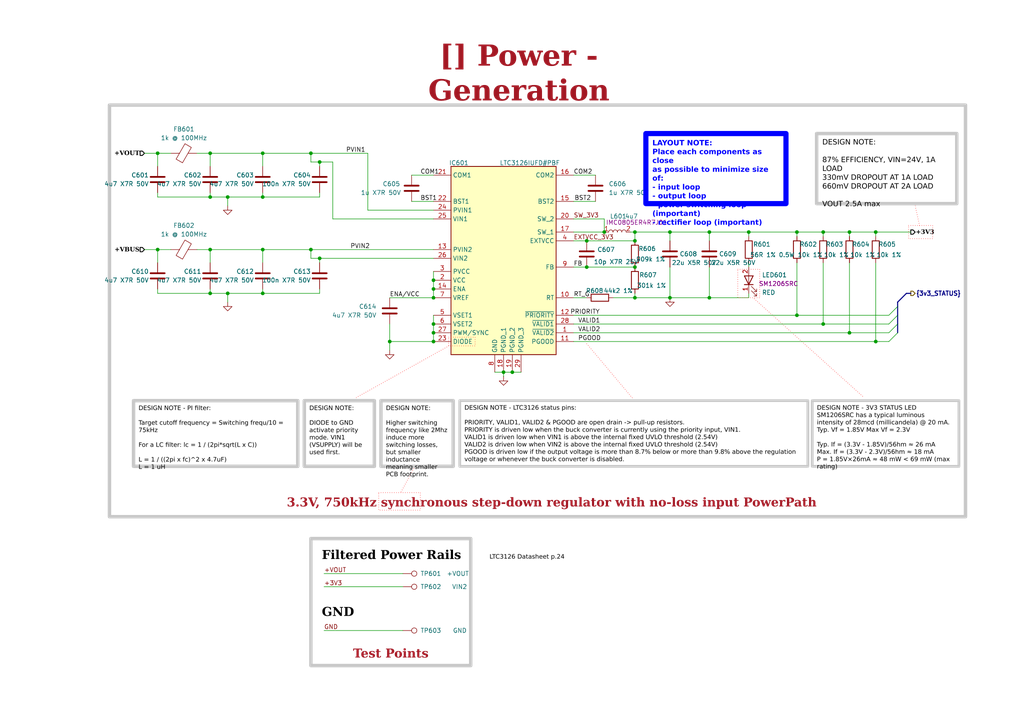
<source format=kicad_sch>
(kicad_sch (version 20231120) (generator "eeschema") (generator_version "8.0")
  (paper "A4")
  (title_block (title "Power - Generation") (date "Last Modified Date") (rev "${REVISION}") (company "${COMPANY}"))
  (lib_symbols
    (symbol "Charge_Manager_SYM:IMC0805ER4R7J01" (pin_names hide)
      (property "Reference" "L" (at -0.508 6.858 0))
      (property "Value" "4u7" (at -1.27 5.08 0))
      (property "Manufacturer_Part_Number" "IMC0805ER4R7J01" (at -0.254 2.54 0))
      (symbol "IMC0805ER4R7J01_0_1"
        (arc (start -1.27 0) (mid -1.905 0.6323) (end -2.54 0))
        (arc (start 0 0) (mid -0.635 0.6323) (end -1.27 0))
        (arc (start 1.27 0) (mid 0.635 0.6323) (end 0 0))
        (arc (start 2.54 0) (mid 1.905 0.6323) (end 1.27 0))
      )
      (symbol "IMC0805ER4R7J01_1_1"
        (pin passive line (at -3.81 0 0) (length 1.27) (name "1") (number "1"))
        (pin passive line (at 3.81 0 180) (length 1.27) (name "2") (number "2"))
      )
    )
    (symbol "Charge_Manager_SYM:SM1206SRC" (pin_names hide)
      (property "Reference" "LED601" (at 8.89 -3.81 90))
      (property "Value" "SM1206SRC" (at 6.35 -3.81 90))
      (symbol "SM1206SRC_0_1"
        (polyline (pts (xy 0 -1.27) (xy 0 1.27)) (stroke (width 0.254)))
        (polyline (pts (xy 0 0) (xy 2.54 0)))
        (polyline (pts (xy 2.54 -1.27) (xy 2.54 1.27) (xy 0 0) (xy 2.54 -1.27)) (stroke (width 0.254)))
        (polyline (pts (xy -1.778 -0.762) (xy -3.302 -2.286) (xy -2.54 -2.286) (xy -3.302 -2.286) (xy -3.302 -1.524)))
        (polyline (pts (xy -0.508 -0.762) (xy -2.032 -2.286) (xy -1.27 -2.286) (xy -2.032 -2.286) (xy -2.032 -1.524)))
      )
      (symbol "SM1206SRC_1_1"
        (pin passive line (at -2.54 0 0) (length 2.54) (name "K") (number "1"))
        (pin passive line (at 5.08 0 180) (length 2.54) (name "A") (number "2"))
      )
    )
    (symbol "Connector:TestPoint" (pin_numbers hide) (pin_names (offset 0.762) hide)
      (property "Reference" "TP" (at 0 6.858 0))
      (property "Value" "TestPoint" (at 0 5.08 0))
      (symbol "TestPoint_0_1"
        (circle (center 0 3.302) (radius 0.762))
      )
      (symbol "TestPoint_1_1"
        (pin passive line (at 0 0 90) (length 2.54) (name "1") (number "1"))
      )
    )
    (symbol "Device:C" (pin_numbers hide) (pin_names (offset 0.254))
      (property "Reference" "C" (at 0.635 2.54 0))
      (property "Value" "C" (at 0.635 -2.54 0))
      (symbol "C_0_1"
        (polyline (pts (xy -2.032 -0.762) (xy 2.032 -0.762)) (stroke (width 0.508)))
        (polyline (pts (xy -2.032 0.762) (xy 2.032 0.762)) (stroke (width 0.508)))
      )
      (symbol "C_1_1"
        (pin passive line (at 0 3.81 270) (length 2.794) (name "~") (number "1"))
        (pin passive line (at 0 -3.81 90) (length 2.794) (name "~") (number "2"))
      )
    )
    (symbol "Device:FerriteBead" (pin_numbers hide) (pin_names (offset 0))
      (property "Reference" "FB" (at -3.81 0.635 90))
      (property "Value" "FerriteBead" (at 3.81 0 90))
      (symbol "FerriteBead_0_1"
        (polyline (pts (xy 0 -1.27) (xy 0 -1.2192)))
        (polyline (pts (xy 0 1.27) (xy 0 1.2954)))
        (polyline (pts (xy -2.7686 0.4064) (xy -1.7018 2.2606) (xy 2.7686 -0.3048) (xy 1.6764 -2.159) (xy -2.7686 0.4064)))
      )
      (symbol "FerriteBead_1_1"
        (pin passive line (at 0 3.81 270) (length 2.54) (name "~") (number "1"))
        (pin passive line (at 0 -3.81 90) (length 2.54) (name "~") (number "2"))
      )
    )
    (symbol "Device:R" (pin_numbers hide) (pin_names (offset 0))
      (property "Reference" "R" (at 2.032 0 90))
      (property "Value" "R" (at 0 0 90))
      (symbol "R_0_1"
        (rectangle (start -1.016 -2.54) (end 1.016 2.54) (stroke (width 0.254)))
      )
      (symbol "R_1_1"
        (pin passive line (at 0 3.81 270) (length 1.27) (name "~") (number "1"))
        (pin passive line (at 0 -3.81 90) (length 1.27) (name "~") (number "2"))
      )
    )
    (symbol "LTC3126EFE#TRPBF:LTC3126EFE#TRPBF"
      (property "Reference" "IC601" (at 7.366 9.906 0))
      (property "Value" "LTC3126IUFD#PBF" (at 27.94 9.906 0))
      (symbol "LTC3126EFE#TRPBF_1_1"
        (rectangle (start 5.08 8.89) (end 35.56 -45.72) (stroke (width 0.254)) (fill (type background)))
        (pin passive line (at 40.64 -39.37 180) (length 5.08) (name "~{VALID2}") (number "1"))
        (pin passive line (at 40.64 -29.21 180) (length 5.08) (name "RT") (number "10"))
        (pin passive line (at 40.64 -41.91 180) (length 5.08) (name "PGOOD") (number "11"))
        (pin passive line (at 40.64 -34.29 180) (length 5.08) (name "~{PRIORITY}") (number "12"))
        (pin passive line (at 0 -15.24 0) (length 5.08) (name "PVIN2") (number "13"))
        (pin passive line (at 0 -26.67 0) (length 5.08) (name "ENA") (number "14"))
        (pin passive line (at 40.64 -1.27 180) (length 5.08) (name "BST2") (number "15"))
        (pin passive line (at 40.64 6.35 180) (length 5.08) (name "COM2") (number "16"))
        (pin passive line (at 40.64 -10.16 180) (length 5.08) (name "SW_1") (number "17"))
        (pin passive line (at 20.32 -50.8 90) (length 5.08) (name "PGND_1") (number "18"))
        (pin passive line (at 22.86 -50.8 90) (length 5.08) (name "PGND_2") (number "19"))
        (pin passive line (at 0 -24.13 0) (length 5.08) (name "VCC") (number "2"))
        (pin passive line (at 40.64 -6.35 180) (length 5.08) (name "SW_2") (number "20"))
        (pin passive line (at 0 6.35 0) (length 5.08) (name "COM1") (number "21"))
        (pin passive line (at 0 -1.27 0) (length 5.08) (name "BST1") (number "22"))
        (pin passive line (at 0 -41.91 0) (length 5.08) (name "DIODE") (number "23"))
        (pin passive line (at 0 -3.81 0) (length 5.08) (name "PVIN1") (number "24"))
        (pin passive line (at 0 -6.35 0) (length 5.08) (name "VIN1") (number "25"))
        (pin passive line (at 0 -17.78 0) (length 5.08) (name "VIN2") (number "26"))
        (pin passive line (at 0 -39.37 0) (length 5.08) (name "PWM/SYNC") (number "27"))
        (pin passive line (at 40.64 -36.83 180) (length 5.08) (name "~{VALID1}") (number "28"))
        (pin passive line (at 25.4 -50.8 90) (length 5.08) (name "PGND_3") (number "29"))
        (pin passive line (at 0 -21.59 0) (length 5.08) (name "PVCC") (number "3"))
        (pin passive line (at 40.64 -12.7 180) (length 5.08) (name "EXTVCC") (number "4"))
        (pin passive line (at 0 -34.29 0) (length 5.08) (name "VSET1") (number "5"))
        (pin passive line (at 0 -36.83 0) (length 5.08) (name "VSET2") (number "6"))
        (pin passive line (at 0 -29.21 0) (length 5.08) (name "VREF") (number "7"))
        (pin passive line (at 17.78 -50.8 90) (length 5.08) (name "GND") (number "8"))
        (pin passive line (at 40.64 -20.32 180) (length 5.08) (name "FB") (number "9"))
      )
    )
    (symbol "power:GND" (power) (pin_numbers hide) (pin_names (offset 0) hide)
      (property "Value" "GND" (at 0 -3.81 0))
      (symbol "GND_0_1"
        (polyline (pts (xy 0 0) (xy 0 -1.27) (xy 1.27 -1.27) (xy 0 -2.54) (xy -1.27 -1.27) (xy 0 -1.27)))
      )
      (symbol "GND_1_1"
        (pin power_in line (at 0 0 270) (length 0) (name "~") (number "1"))
      )
    )
  )
  (junction (at 194.31 67.31))
  (junction (at 184.15 67.31))
  (junction (at 254 99.06))
  (junction (at 76.2 85.09))
  (junction (at 113.03 99.06))
  (junction (at 76.2 57.15))
  (junction (at 60.96 72.39))
  (junction (at 125.73 83.82))
  (junction (at 231.14 67.31))
  (junction (at 175.26 67.31))
  (junction (at 60.96 85.09))
  (junction (at 125.73 86.36))
  (junction (at 231.14 91.44))
  (junction (at 92.71 74.93))
  (junction (at 184.15 86.36))
  (junction (at 76.2 44.45))
  (junction (at 125.73 96.52))
  (junction (at 254 67.31))
  (junction (at 125.73 81.28))
  (junction (at 217.17 67.31))
  (junction (at 205.74 86.36))
  (junction (at 246.38 96.52))
  (junction (at 66.04 85.09))
  (junction (at 60.96 44.45))
  (junction (at 90.17 72.39))
  (junction (at 148.59 107.95))
  (junction (at 184.15 69.85))
  (junction (at 60.96 57.15))
  (junction (at 170.18 69.85))
  (junction (at 146.05 107.95))
  (junction (at 184.15 77.47))
  (junction (at 125.73 99.06))
  (junction (at 205.74 67.31))
  (junction (at 92.71 46.99))
  (junction (at 66.04 57.15))
  (junction (at 170.18 77.47))
  (junction (at 90.17 44.45))
  (junction (at 238.76 93.98))
  (junction (at 45.72 72.39))
  (junction (at 76.2 72.39))
  (junction (at 194.31 86.36))
  (junction (at 246.38 67.31))
  (junction (at 238.76 67.31))
  (junction (at 125.73 93.98))
  (junction (at 45.72 44.45))
  (bus_entry (at 260.35 91.44) (size -2.54 2.54))
  (bus_entry (at 260.35 93.98) (size -2.54 2.54))
  (bus_entry (at 260.35 96.52) (size -2.54 2.54))
  (bus_entry (at 260.35 88.9) (size -2.54 2.54))
  (wire (pts (xy 184.15 67.31) (xy 184.15 69.85)))
  (wire (pts (xy 66.04 57.15) (xy 76.2 57.15)))
  (wire (pts (xy 246.38 96.52) (xy 257.81 96.52)))
  (wire (pts (xy 217.17 68.58) (xy 217.17 67.31)))
  (wire (pts (xy 92.71 48.26) (xy 92.71 46.99)))
  (wire (pts (xy 60.96 83.82) (xy 60.96 85.09)))
  (wire (pts (xy 76.2 83.82) (xy 76.2 85.09)))
  (wire (pts (xy 92.71 76.2) (xy 92.71 74.93)))
  (wire (pts (xy 166.37 58.42) (xy 172.72 58.42)))
  (wire (pts (xy 146.05 107.95) (xy 146.05 109.22)))
  (wire (pts (xy 146.05 107.95) (xy 148.59 107.95)))
  (wire (pts (xy 217.17 85.09) (xy 217.17 86.36)))
  (wire (pts (xy 90.17 44.45) (xy 90.17 46.99)))
  (wire (pts (xy 92.71 74.93) (xy 125.73 74.93)))
  (wire (pts (xy 217.17 67.31) (xy 231.14 67.31)))
  (wire (pts (xy 166.37 63.5) (xy 175.26 63.5)))
  (wire (pts (xy 119.38 58.42) (xy 125.73 58.42)))
  (wire (pts (xy 231.14 91.44) (xy 257.81 91.44)))
  (wire (pts (xy 172.72 50.8) (xy 166.37 50.8)))
  (wire (pts (xy 125.73 78.74) (xy 125.73 81.28)))
  (wire (pts (xy 76.2 72.39) (xy 90.17 72.39)))
  (wire (pts (xy 166.37 91.44) (xy 231.14 91.44)))
  (polyline (pts (xy 130.175 100.33) (xy 102.87 115.57)) (stroke (width 0) (type dot) (color 255 0 0 1)))
  (wire (pts (xy 246.38 67.31) (xy 254 67.31)))
  (wire (pts (xy 76.2 76.2) (xy 76.2 72.39)))
  (bus (pts (xy 262.89 85.09) (xy 264.16 85.09)))
  (wire (pts (xy 92.71 46.99) (xy 96.52 46.99)))
  (wire (pts (xy 106.68 60.96) (xy 125.73 60.96)))
  (wire (pts (xy 184.15 85.09) (xy 184.15 86.36)))
  (wire (pts (xy 205.74 77.47) (xy 205.74 86.36)))
  (wire (pts (xy 41.91 72.39) (xy 45.72 72.39)))
  (wire (pts (xy 93.98 182.88) (xy 116.84 182.88)))
  (wire (pts (xy 254 67.31) (xy 254 68.58)))
  (wire (pts (xy 238.76 68.58) (xy 238.76 67.31)))
  (wire (pts (xy 170.18 69.85) (xy 184.15 69.85)))
  (wire (pts (xy 231.14 76.2) (xy 231.14 91.44)))
  (wire (pts (xy 246.38 76.2) (xy 246.38 96.52)))
  (wire (pts (xy 45.72 44.45) (xy 49.53 44.45)))
  (wire (pts (xy 125.73 83.82) (xy 125.73 86.36)))
  (wire (pts (xy 76.2 57.15) (xy 92.71 57.15)))
  (wire (pts (xy 254 99.06) (xy 257.81 99.06)))
  (wire (pts (xy 125.73 91.44) (xy 125.73 93.98)))
  (wire (pts (xy 184.15 67.31) (xy 194.31 67.31)))
  (wire (pts (xy 182.88 67.31) (xy 184.15 67.31)))
  (wire (pts (xy 45.72 44.45) (xy 45.72 48.26)))
  (wire (pts (xy 93.98 170.18) (xy 116.84 170.18)))
  (wire (pts (xy 76.2 85.09) (xy 92.71 85.09)))
  (wire (pts (xy 170.18 77.47) (xy 184.15 77.47)))
  (wire (pts (xy 119.38 50.8) (xy 125.73 50.8)))
  (wire (pts (xy 60.96 85.09) (xy 66.04 85.09)))
  (wire (pts (xy 205.74 67.31) (xy 205.74 69.85)))
  (wire (pts (xy 125.73 81.28) (xy 125.73 83.82)))
  (wire (pts (xy 90.17 46.99) (xy 92.71 46.99)))
  (wire (pts (xy 45.72 72.39) (xy 45.72 76.2)))
  (wire (pts (xy 194.31 67.31) (xy 194.31 69.85)))
  (wire (pts (xy 45.72 55.88) (xy 45.72 57.15)))
  (wire (pts (xy 166.37 99.06) (xy 254 99.06)))
  (wire (pts (xy 90.17 72.39) (xy 90.17 74.93)))
  (wire (pts (xy 238.76 93.98) (xy 257.81 93.98)))
  (wire (pts (xy 170.18 86.36) (xy 166.37 86.36)))
  (wire (pts (xy 66.04 57.15) (xy 66.04 59.69)))
  (wire (pts (xy 45.72 85.09) (xy 60.96 85.09)))
  (bus (pts (xy 260.35 88.9) (xy 260.35 87.63)))
  (wire (pts (xy 45.72 83.82) (xy 45.72 85.09)))
  (wire (pts (xy 60.96 72.39) (xy 76.2 72.39)))
  (polyline (pts (xy 120.015 135.89) (xy 116.205 142.875)) (stroke (width 0) (type dot) (color 255 0 0 1)))
  (wire (pts (xy 177.8 86.36) (xy 184.15 86.36)))
  (polyline (pts (xy 250.19 114.935) (xy 218.44 86.36)) (stroke (width 0) (type dot) (color 255 0 0 1)))
  (wire (pts (xy 93.98 166.37) (xy 116.84 166.37)))
  (bus (pts (xy 260.35 87.63) (xy 262.89 85.09)))
  (wire (pts (xy 66.04 85.09) (xy 66.04 87.63)))
  (bus (pts (xy 260.35 88.9) (xy 260.35 91.44)))
  (wire (pts (xy 148.59 107.95) (xy 151.13 107.95)))
  (wire (pts (xy 166.37 69.85) (xy 170.18 69.85)))
  (wire (pts (xy 166.37 77.47) (xy 170.18 77.47)))
  (wire (pts (xy 57.15 72.39) (xy 60.96 72.39)))
  (wire (pts (xy 60.96 55.88) (xy 60.96 57.15)))
  (wire (pts (xy 194.31 67.31) (xy 205.74 67.31)))
  (polyline (pts (xy 170.18 99.695) (xy 183.515 115.57)) (stroke (width 0) (type dot) (color 255 0 0 1)))
  (wire (pts (xy 106.68 44.45) (xy 106.68 60.96)))
  (wire (pts (xy 166.37 96.52) (xy 246.38 96.52)))
  (wire (pts (xy 238.76 67.31) (xy 246.38 67.31)))
  (wire (pts (xy 60.96 57.15) (xy 66.04 57.15)))
  (wire (pts (xy 96.52 46.99) (xy 96.52 63.5)))
  (wire (pts (xy 92.71 57.15) (xy 92.71 55.88)))
  (wire (pts (xy 143.51 107.95) (xy 146.05 107.95)))
  (wire (pts (xy 166.37 93.98) (xy 238.76 93.98)))
  (wire (pts (xy 205.74 86.36) (xy 217.17 86.36)))
  (wire (pts (xy 205.74 67.31) (xy 217.17 67.31)))
  (wire (pts (xy 76.2 48.26) (xy 76.2 44.45)))
  (wire (pts (xy 90.17 44.45) (xy 106.68 44.45)))
  (wire (pts (xy 96.52 63.5) (xy 125.73 63.5)))
  (wire (pts (xy 57.15 44.45) (xy 60.96 44.45)))
  (wire (pts (xy 231.14 67.31) (xy 231.14 68.58)))
  (wire (pts (xy 231.14 67.31) (xy 238.76 67.31)))
  (wire (pts (xy 76.2 55.88) (xy 76.2 57.15)))
  (wire (pts (xy 90.17 74.93) (xy 92.71 74.93)))
  (wire (pts (xy 90.17 72.39) (xy 125.73 72.39)))
  (wire (pts (xy 60.96 44.45) (xy 76.2 44.45)))
  (wire (pts (xy 92.71 85.09) (xy 92.71 83.82)))
  (wire (pts (xy 125.73 96.52) (xy 125.73 99.06)))
  (wire (pts (xy 60.96 72.39) (xy 60.96 76.2)))
  (polyline (pts (xy 266.7 65.405) (xy 265.43 59.69)) (stroke (width 0) (type dot) (color 255 0 0 1)))
  (wire (pts (xy 113.03 101.6) (xy 113.03 99.06)))
  (wire (pts (xy 113.03 99.06) (xy 113.03 93.98)))
  (wire (pts (xy 184.15 86.36) (xy 194.31 86.36)))
  (wire (pts (xy 194.31 86.36) (xy 205.74 86.36)))
  (wire (pts (xy 60.96 44.45) (xy 60.96 48.26)))
  (wire (pts (xy 217.17 76.2) (xy 217.17 77.47)))
  (wire (pts (xy 125.73 93.98) (xy 125.73 96.52)))
  (wire (pts (xy 113.03 99.06) (xy 125.73 99.06)))
  (wire (pts (xy 66.04 85.09) (xy 76.2 85.09)))
  (wire (pts (xy 166.37 67.31) (xy 175.26 67.31)))
  (wire (pts (xy 254 76.2) (xy 254 99.06)))
  (wire (pts (xy 238.76 76.2) (xy 238.76 93.98)))
  (bus (pts (xy 260.35 91.44) (xy 260.35 93.98)))
  (wire (pts (xy 41.91 44.45) (xy 45.72 44.45)))
  (bus (pts (xy 260.35 93.98) (xy 260.35 96.52)))
  (wire (pts (xy 175.26 63.5) (xy 175.26 67.31)))
  (wire (pts (xy 246.38 67.31) (xy 246.38 68.58)))
  (wire (pts (xy 45.72 57.15) (xy 60.96 57.15)))
  (wire (pts (xy 76.2 44.45) (xy 90.17 44.45)))
  (wire (pts (xy 113.03 86.36) (xy 125.73 86.36)))
  (wire (pts (xy 194.31 86.36) (xy 194.31 77.47)))
  (wire (pts (xy 45.72 72.39) (xy 49.53 72.39)))
  (wire (pts (xy 254 67.31) (xy 264.16 67.31)))
  (rectangle (start 263.525 65.405) (end 270.51 69.215) (stroke (width 0) (type dot) (color 255 0 0 1)))
  (rectangle (start 213.995 78.105) (end 220.345 86.36) (stroke (width 0) (type dot) (color 255 0 0 1)))
  (rectangle (start 90.17 156.21) (end 136.525 193.04) (stroke (width 1) (color 200 200 200 1)))
  (rectangle (start 130.175 97.79) (end 137.795 100.33) (stroke (width 0) (type dot) (color 255 0 0 1)))
  (rectangle (start 31.75 30.48) (end 280.035 149.86) (stroke (width 1) (color 200 200 200 1)))
  (rectangle (start 109.855 142.875) (end 121.92 147.955) (stroke (width 0) (type dot) (color 255 0 0 1)))
  (text_box "DESIGN NOTE:\n\nHigher switching frequency like 2Mhz induce more switching losses, but smaller inductance meaning smaller PCB footprint." (at 110.49 116.205 0) (size 20.955 19.05) (stroke (width 1) (color 200 200 200 1)) (effects (font (size 1.27 1.27)) (justify left top)))
  (text_box "Test Points" (at 89.535 183.515 0) (size 47.625 9.525) (stroke (width -0.0001)) (effects (font (size 2.54 2.54) (thickness 0.508) (bold yes)) (justify bottom)))
  (text_box "LAYOUT NOTE:\nPlace each components as close \nas possible to minimize size of: \n- input loop\n- output loop\n- power switching loop (important)\n- rectifier loop (important)" (at 187.325 38.735 0) (size 40.64 20.32) (stroke (width 1.5) (color 0 0 255 1)) (effects (font (size 1.524 1.524) (thickness 0.4) (bold yes)) (justify left top)))
  (text_box "DESIGN NOTE - PI filter:\n\nTarget cutoff frequency = Switching frequ/10 = 75kHz\n\nFor a LC filter: lc = 1 / (2pi*sqrt(L x C))\n\nL = 1 / ((2pi x fc)^2 x 4.7uF)\nL = 1 uH\n\n" (at 38.735 116.205 0) (size 47.625 19.05) (stroke (width 1) (color 200 200 200 1)) (effects (font (size 1.27 1.27)) (justify left top)))
  (text_box "GND" (at 91.44 172.72 0) (size 64.77 8.255) (stroke (width -0.0001)) (effects (font (size 2.54 2.54) (thickness 0.508) (bold yes)) (justify left bottom)))
  (text_box "Filtered Power Rails" (at 91.44 154.94 0) (size 64.77 9.525) (stroke (width -0.0001)) (effects (font (size 2.54 2.54) (thickness 0.508) (bold yes)) (justify left bottom)))
  (text_box "DESIGN NOTE - 3V3 STATUS LED\nSM1206SRC has a typical luminous \nintensity of 28mcd (millicandela) @ 20 mA.\nTyp. Vf = 1.85V Max Vf = 2.3V\n\nTyp. If = (3.3V - 1.85V)/56hm ≈ 26 mA\nMax. If = (3.3V - 2.3V)/56hm ≈ 18 mA\nP = 1.85V×26mA ≈ 48 mW < 69 mW (max rating)" (at 235.585 116.205 0) (size 42.545 19.05) (stroke (width 0.8) (color 200 200 200 1)) (effects (font (size 1.27 1.27)) (justify left top)))
  (text_box "[${#}] ${TITLE}" (at 100.965 15.24 0) (size 99.06 12.7) (stroke (width -0.0001)) (effects (font (size 6 6) (thickness 1.2) (bold yes))))
  (text_box "DESIGN NOTE - LTC3126 status pins:\n\nPRIORITY, VALID1, VALID2 & PGOOD are open drain -> pull-up resistors.\nPRIORITY is driven low when the buck converter is currently using the priority input, VIN1.\nVALID1 is driven low when VIN1 is above the internal fixed UVLO threshold (2.54V)\nVALID2 is driven low when VIN2 is above the internal fixed UVLO threshold (2.54V)\nPGOOD is driven low if the output voltage is more than 8.7% below or more than 9.8% above the regulation voltage or whenever the buck converter is disabled." (at 133.35 116.205 0) (size 100.965 19.05) (stroke (width 0.7874) (color 200 200 200 1)) (effects (font (size 1.27 1.27)) (justify left top)))
  (text_box "DESIGN NOTE:\n\nDIODE to GND activate priority mode. VIN1 (VSUPPLY) will be used first." (at 88.265 116.205 0) (size 20.32 19.05) (stroke (width 1) (color 200 200 200 1)) (effects (font (size 1.27 1.27)) (justify left top)))
  (text_box "3.3V, 750kHz synchronous step-down regulator with no-loss input PowerPath" (at 40.005 141.605 0) (size 240.03 7.62) (stroke (width -0.0001)) (effects (font (size 2.54 2.54) (thickness 0.508) (bold yes)) (justify bottom)))
  (text_box "DESIGN NOTE:\n\n87% EFFICIENCY, VIN=24V, 1A LOAD\n330mV DROPOUT AT 1A LOAD\n660mV DROPOUT AT 2A LOAD\n\nVOUT 2.5A max" (at 236.855 38.735 0) (size 40.64 20.32) (stroke (width 1) (color 200 200 200 1)) (effects (font (size 1.524 1.524)) (justify left top)))
  (text "LTC3126 Datasheet p.24" (at 141.986 162.814 0) (effects (font (size 1.27 1.27)) (justify left bottom)))
  (label "SW_3V3" (at 166.37 63.5 0) (property "Netclass" "+3V3" (effects (hide yes))))
  (label "BST2" (at 171.45 58.42 180))
  (label "BST1" (at 121.92 58.42 0))
  (label "ENA{slash}VCC" (at 113.03 86.36 0))
  (label "VALID1" (at 167.64 93.98 0))
  (label "RT_G" (at 166.37 86.36 0))
  (label "COM2" (at 166.37 50.8 0))
  (label "VALID2" (at 167.64 96.52 0))
  (label "PVIN1" (at 100.33 44.45 0))
  (label "PRIORITY" (at 173.99 91.44 180))
  (label "PGOOD" (at 167.64 99.06 0))
  (label "COM1" (at 121.92 50.8 0))
  (label "FB" (at 166.37 77.47 0))
  (label "EXTVCC_3V3" (at 166.37 69.85 0))
  (label "GND" (at 93.98 182.88 0) (property "Netclass" "GND" (effects (hide yes))))
  (label "+3V3" (at 93.98 170.18 0) (property "Netclass" "+3V3" (effects (hide yes))))
  (label "PVIN2" (at 101.6 72.39 0))
  (label "+VOUT" (at 93.98 166.37 0))
  (hierarchical_label "{3v3_STATUS}" (shape output) (at 264.16 85.09 0) (effects (font (thickness 0.254) (bold yes))))
  (hierarchical_label "+3V3" (shape output) (at 264.16 67.31 0) (effects (font (thickness 0.254) (bold yes))) (property "Netclass" "+3V3" (effects (hide yes))))
  (hierarchical_label "+VBUS" (shape input) (at 41.91 72.39 180) (effects (font (thickness 0.254) (bold yes))) (property "Netclass" "+VBUS" (effects (hide yes))))
  (hierarchical_label "+VOUT" (shape input) (at 41.91 44.45 180) (effects (font (thickness 0.254) (bold yes))) (property "Netclass" "+VOUT" (effects (hide yes))))
  (symbol (lib_id "power:GND") (at 194.31 86.36 0) (unit 1)
    (property "Reference" "#PWR0602" (effects (hide yes)))
    (property "Value" "GND" (effects (hide yes)))
    (property "Description" "Power symbol creates a global label with name \"GND\" , ground" (effects (hide yes)))
  )
  (symbol (lib_id "Device:R") (at 184.15 81.28 0) (unit 1)
    (property "Reference" "R607" (at 187.96 79.756 0))
    (property "Value" "301k 1%" (at 188.976 82.804 0))
    (property "Footprint" "Resistor_SMD:R_0805_2012Metric_Pad1.20x1.40mm_HandSolder" (effects (hide yes)))
    (property "Datasheet" "https://www.koaspeer.com/pdfs/RK73H.pdf" (effects (hide yes)))
    (property "Description" "Resistor" (effects (hide yes)))
    (property "Manufacturer Part Number" "RK73H2ATTD3013F" (effects (hide yes)))
    (property "Supplier" "Mouser Electronics" (effects (hide yes)))
    (property "Manufacturer" "KOA Speer" (effects (hide yes)))
    (property "Supplier Part Number" "660-RK73H2ATTD3013F" (effects (hide yes)))
  )
  (symbol (lib_id "Device:R") (at 238.76 72.39 0) (unit 1)
    (property "Reference" "R603" (at 242.062 70.866 0))
    (property "Value" "10k 1%" (at 242.57 73.914 0))
    (property "Footprint" "Resistor_SMD:R_0402_1005Metric" (effects (hide yes)))
    (property "Datasheet" "https://www.koaspeer.com/pdfs/SG73P.pdf" (effects (hide yes)))
    (property "Description" "Resistor" (effects (hide yes)))
    (property "Manufacturer Part Number" "SG73P1EWTTP1002F" (effects (hide yes)))
    (property "Supplier" "Mouser Electronics" (effects (hide yes)))
    (property "Manufacturer" "KOA Speer" (effects (hide yes)))
    (property "Supplier Part Number" "660-SG73P1EWTTP1002F" (effects (hide yes)))
  )
  (symbol (lib_id "power:GND") (at 146.05 109.22 0) (unit 1)
    (property "Reference" "#PWR0605" (effects (hide yes)))
    (property "Value" "GND" (effects (hide yes)))
    (property "Description" "Power symbol creates a global label with name \"GND\" , ground" (effects (hide yes)))
  )
  (symbol (lib_id "Device:FerriteBead") (at 53.34 72.39 90) (unit 1)
    (property "Reference" "FB602" (at 53.34 65.405 90))
    (property "Value" "1k @ 100MHz" (at 53.34 67.945 90))
    (property "Footprint" "Resistor_SMD:R_0805_2012Metric" (effects (hide yes)))
    (property "Datasheet" "https://www.we-online.com/katalog/datasheet/742792096.pdf" (effects (hide yes)))
    (property "Description" "1 kOhms @ 100 MHz 1 Signal Line Ferrite Bead 0805 (2012 Metric) 1A 300mOhm" (effects (hide yes)))
    (property "Manufacturer Part Number" "742792096" (effects (hide yes)))
    (property "Manufacturer" "Würth Elektronik" (effects (hide yes)))
    (property "Supplier" "Mouser" (effects (hide yes)))
    (property "Supplier Part Number" "710-742792096" (effects (hide yes)))
  )
  (symbol (lib_id "power:GND") (at 66.04 87.63 0) (unit 1)
    (property "Reference" "#PWR0603" (effects (hide yes)))
    (property "Value" "GND" (effects (hide yes)))
    (property "Description" "Power symbol creates a global label with name \"GND\" , ground" (effects (hide yes)))
  )
  (symbol (lib_id "LTC3126EFE#TRPBF:LTC3126EFE#TRPBF") (at 125.73 57.15 0) (unit 1)
    (property "Reference" "IC601" (at 133.096 47.244 0))
    (property "Value" "LTC3126IUFD#PBF" (at 153.67 47.244 0))
    (property "Footprint" "Charge_Manager_FP:LTC3126EUFD" (effects (hide yes)))
    (property "Datasheet" "https://www.mouser.fr/datasheet/2/609/3126f-2954520.pdf" (effects (hide yes)))
    (property "Description" "Switching Voltage Regulators 42V, 2.5A Synchronous Step-Down Regulator with Lossless PowerPath" (effects (hide yes)))
    (property "Manufacturer Part Number" "LTC3126IUFD#PBF" (effects (hide yes)))
    (property "Manufacturer" "Analog Devices" (effects (hide yes)))
    (property "Supplier Part Number" "584-LTC3126IUFD#PBF" (effects (hide yes)))
    (property "Supplier" "Mouser Electronics" (effects (hide yes)))
  )
  (symbol (lib_id "Device:R") (at 217.17 72.39 0) (unit 1)
    (property "Reference" "R601" (at 220.98 70.866 0))
    (property "Value" "56R 1% 0.5W" (at 224.028 73.914 0))
    (property "Footprint" "Resistor_SMD:R_0805_2012Metric_Pad1.20x1.40mm_HandSolder" (effects (hide yes)))
    (property "Datasheet" "https://www.koaspeer.com/pdfs/SG73P.pdf" (effects (hide yes)))
    (property "Description" "Resistor" (effects (hide yes)))
    (property "Manufacturer Part Number" "SG73P2ATTD56R0F" (effects (hide yes)))
    (property "Supplier" "Mouser Electronics" (effects (hide yes)))
    (property "Manufacturer" "KOA Speer" (effects (hide yes)))
    (property "Supplier Part Number" "660-SG73P2ATTD56R0F" (effects (hide yes)))
  )
  (symbol (lib_id "Device:C") (at 194.31 73.66 0) (mirror x) (unit 1)
    (property "Reference" "C608" (at 197.104 73.66 0) (effects (justify left)))
    (property "Value" "22u X5R 50V" (at 194.818 76.2 0) (effects (justify left)))
    (property "Footprint" "Capacitor_SMD:C_0603_1608Metric" (effects (hide yes)))
    (property "Datasheet" "https://www.mouser.ch/datasheet/2/281/1/GRT188R61A226ME13_01A-3158190.pdf" (effects (hide yes)))
    (property "Description" "Unpolarized capacitor" (effects (hide yes)))
    (property "Manufacturer Part Number" "GRT188R61A226ME13D" (effects (hide yes)))
    (property "Supplier" "Mouser Electronics" (effects (hide yes)))
    (property "Manufacturer" "Murata Electronics" (effects (hide yes)))
    (property "Supplier Part Number" "81-GRT188R61A226ME13" (effects (hide yes)))
  )
  (symbol (lib_id "Connector:TestPoint") (at 116.84 182.88 270) (mirror x) (unit 1)
    (property "Reference" "TP603" (at 121.92 182.88 90) (effects (justify left)))
    (property "Value" "GND" (at 131.318 182.88 90) (effects (justify left)))
    (property "Footprint" "Charge_Manager_FP:TestPoint_Pad_D0.5mm_Front" (effects (hide yes)))
    (property "Description" "test point" (effects (hide yes)))
  )
  (symbol (lib_id "Device:C") (at 113.03 90.17 0) (mirror y) (unit 1)
    (property "Reference" "C614" (at 109.22 88.9 0) (effects (justify left)))
    (property "Value" "4u7 X7R 50V" (at 109.22 91.44 0) (effects (justify left)))
    (property "Footprint" "Capacitor_SMD:C_0805_2012Metric" (effects (hide yes)))
    (property "Datasheet" "https://product.tdk.com/system/files/dam/doc/product/capacitor/ceramic/mlcc/catalog/mlcc_automotive_general_en.pdf" (effects (hide yes)))
    (property "Description" "Unpolarized capacitor" (effects (hide yes)))
    (property "Manufacturer Part Number" "CGA4J1X7R1H475K125AC" (effects (hide yes)))
    (property "Supplier" "Mouser Electronics" (effects (hide yes)))
    (property "Manufacturer" "TDK" (effects (hide yes)))
    (property "Supplier Part Number" "810-CGA4J1X7R1H475K1" (effects (hide yes)))
  )
  (symbol (lib_id "Device:R") (at 231.14 72.39 0) (unit 1)
    (property "Reference" "R602" (at 234.442 70.866 0))
    (property "Value" "10k 1%" (at 234.95 73.914 0))
    (property "Footprint" "Resistor_SMD:R_0402_1005Metric" (effects (hide yes)))
    (property "Datasheet" "https://www.koaspeer.com/pdfs/SG73P.pdf" (effects (hide yes)))
    (property "Description" "Resistor" (effects (hide yes)))
    (property "Manufacturer Part Number" "SG73P1EWTTP1002F" (effects (hide yes)))
    (property "Supplier" "Mouser Electronics" (effects (hide yes)))
    (property "Manufacturer" "KOA Speer" (effects (hide yes)))
    (property "Supplier Part Number" "660-SG73P1EWTTP1002F" (effects (hide yes)))
  )
  (symbol (lib_id "Connector:TestPoint") (at 116.84 170.18 270) (mirror x) (unit 1)
    (property "Reference" "TP602" (at 121.92 170.18 90) (effects (justify left)))
    (property "Value" "VIN2" (at 131.064 170.18 90) (effects (justify left)))
    (property "Footprint" "Charge_Manager_FP:TestPoint_Pad_D0.5mm_Front" (effects (hide yes)))
    (property "Description" "test point" (effects (hide yes)))
  )
  (symbol (lib_id "Charge_Manager_SYM:IMC0805ER4R7J01") (at 179.07 67.31 0) (unit 1)
    (property "Reference" "L601" (at 179.324 62.738 0))
    (property "Value" "4u7" (at 183.134 62.738 0))
    (property "Footprint" "Inductor_SMD:L_0805_2012Metric" (effects (hide yes)))
    (property "Datasheet" "https://www.vishay.com/docs/34115/imc08051.pdf" (effects (hide yes)))
    (property "Description" "Fixed Inductors 4.7uH 5%" (effects (hide yes)))
    (property "Manufacturer Part Number" "IMC0805ER4R7J01" (at 184.658 64.516 0))
    (property "Manufacturer" "Vishay" (effects (hide yes)))
    (property "Supplier Part Number" "70-IMC0805ER4R7J01" (effects (hide yes)))
    (property "Supplier" "Mouser Electronics" (effects (hide yes)))
  )
  (symbol (lib_id "Charge_Manager_SYM:SM1206SRC") (at 217.17 82.55 90) (unit 1)
    (property "Reference" "LED601" (at 220.98 79.756 90) (effects (justify right)))
    (property "Value" "RED" (at 220.98 84.836 90) (effects (justify right)))
    (property "Footprint" "LED_SMD:LED_1206_3216Metric" (effects (hide yes)))
    (property "Datasheet" "https://www.bivar.com/parts_content/Datasheets/SM1206SRC.pdf" (effects (hide yes)))
    (property "Description" "Red 640nm LED Indication - Discrete 1.85V 1206 (3216 Metric)" (effects (hide yes)))
    (property "Manufacturer Part Number" "SM1206SRC" (at 225.806 82.296 90))
    (property "Manufacturer" "Bivar" (effects (hide yes)))
    (property "Supplier Part Number" "749-SM1206SRC" (effects (hide yes)))
    (property "Supplier" "Mouser Electronics" (effects (hide yes)))
  )
  (symbol (lib_id "Device:C") (at 45.72 52.07 0) (mirror y) (unit 1)
    (property "Reference" "C601" (at 43.18 50.8 0) (effects (justify left)))
    (property "Value" "4u7 X7R 50V" (at 43.18 53.34 0) (effects (justify left)))
    (property "Footprint" "Capacitor_SMD:C_0805_2012Metric" (effects (hide yes)))
    (property "Datasheet" "https://product.tdk.com/system/files/dam/doc/product/capacitor/ceramic/mlcc/catalog/mlcc_automotive_general_en.pdf" (effects (hide yes)))
    (property "Description" "Unpolarized capacitor" (effects (hide yes)))
    (property "Manufacturer Part Number" "CGA4J1X7R1H475K125AC" (effects (hide yes)))
    (property "Supplier" "Mouser Electronics" (effects (hide yes)))
    (property "Manufacturer" "TDK" (effects (hide yes)))
    (property "Supplier Part Number" "810-CGA4J1X7R1H475K1" (effects (hide yes)))
  )
  (symbol (lib_id "Device:C") (at 60.96 52.07 0) (mirror y) (unit 1)
    (property "Reference" "C602" (at 58.42 50.8 0) (effects (justify left)))
    (property "Value" "4u7 X7R 50V" (at 58.42 53.34 0) (effects (justify left)))
    (property "Footprint" "Capacitor_SMD:C_0805_2012Metric" (effects (hide yes)))
    (property "Datasheet" "https://product.tdk.com/system/files/dam/doc/product/capacitor/ceramic/mlcc/catalog/mlcc_automotive_general_en.pdf" (effects (hide yes)))
    (property "Description" "Unpolarized capacitor" (effects (hide yes)))
    (property "Manufacturer Part Number" "CGA4J1X7R1H475K125AC" (effects (hide yes)))
    (property "Supplier" "Mouser Electronics" (effects (hide yes)))
    (property "Manufacturer" "TDK" (effects (hide yes)))
    (property "Supplier Part Number" "810-CGA4J1X7R1H475K1" (effects (hide yes)))
  )
  (symbol (lib_id "Device:C") (at 205.74 73.66 0) (mirror x) (unit 1)
    (property "Reference" "C609" (at 208.534 73.66 0) (effects (justify left)))
    (property "Value" "22u X5R 50V" (at 206.248 76.2 0) (effects (justify left)))
    (property "Footprint" "Capacitor_SMD:C_0603_1608Metric" (effects (hide yes)))
    (property "Datasheet" "https://www.mouser.ch/datasheet/2/281/1/GRT188R61A226ME13_01A-3158190.pdf" (effects (hide yes)))
    (property "Description" "Unpolarized capacitor" (effects (hide yes)))
    (property "Manufacturer Part Number" "GRT188R61A226ME13D" (effects (hide yes)))
    (property "Supplier" "Mouser Electronics" (effects (hide yes)))
    (property "Manufacturer" "Murata Electronics" (effects (hide yes)))
    (property "Supplier Part Number" "81-GRT188R61A226ME13" (effects (hide yes)))
  )
  (symbol (lib_id "power:GND") (at 113.03 101.6 0) (unit 1)
    (property "Reference" "#PWR0604" (effects (hide yes)))
    (property "Value" "GND" (effects (hide yes)))
    (property "Description" "Power symbol creates a global label with name \"GND\" , ground" (effects (hide yes)))
  )
  (symbol (lib_id "Device:C") (at 60.96 80.01 0) (mirror y) (unit 1)
    (property "Reference" "C611" (at 58.42 78.74 0) (effects (justify left)))
    (property "Value" "4u7 X7R 50V" (at 58.42 81.28 0) (effects (justify left)))
    (property "Footprint" "Capacitor_SMD:C_0805_2012Metric" (effects (hide yes)))
    (property "Datasheet" "https://product.tdk.com/system/files/dam/doc/product/capacitor/ceramic/mlcc/catalog/mlcc_automotive_general_en.pdf" (effects (hide yes)))
    (property "Description" "Unpolarized capacitor" (effects (hide yes)))
    (property "Manufacturer Part Number" "CGA4J1X7R1H475K125AC" (effects (hide yes)))
    (property "Supplier" "Mouser Electronics" (effects (hide yes)))
    (property "Manufacturer" "TDK" (effects (hide yes)))
    (property "Supplier Part Number" "810-CGA4J1X7R1H475K1" (effects (hide yes)))
  )
  (symbol (lib_id "Device:R") (at 184.15 73.66 0) (unit 1)
    (property "Reference" "R606" (at 187.706 72.136 0))
    (property "Value" "909k 1%" (at 188.722 75.184 0))
    (property "Footprint" "Resistor_SMD:R_0805_2012Metric_Pad1.20x1.40mm_HandSolder" (effects (hide yes)))
    (property "Datasheet" "https://www.mouser.ch/datasheet/2/315/AOA0000C331-1141874.pdf" (effects (hide yes)))
    (property "Description" "Resistor" (effects (hide yes)))
    (property "Manufacturer Part Number" "ERJ-P06F9093V" (effects (hide yes)))
    (property "Supplier" "Mouser Electronics" (effects (hide yes)))
    (property "Manufacturer" "Panasonic" (effects (hide yes)))
    (property "Supplier Part Number" "667-ERJ-P06F9093V" (effects (hide yes)))
  )
  (symbol (lib_id "Device:C") (at 170.18 73.66 0) (unit 1)
    (property "Reference" "C607" (at 173.228 72.39 0) (effects (justify left)))
    (property "Value" "10p X7R 25V" (at 172.212 75.946 0) (effects (justify left)))
    (property "Footprint" "Capacitor_SMD:C_0603_1608Metric" (effects (hide yes)))
    (property "Datasheet" "https://www.mouser.ch/datasheet/2/40/X7RDielectric-2943470.pdf" (effects (hide yes)))
    (property "Description" "Unpolarized capacitor" (effects (hide yes)))
    (property "Manufacturer Part Number" "06033C100KAT2A" (effects (hide yes)))
    (property "Supplier" "Mouser Electronics" (effects (hide yes)))
    (property "Manufacturer" "KYOCERA AVX" (effects (hide yes)))
    (property "Supplier Part Number" "581-06033C100KAT2A" (effects (hide yes)))
  )
  (symbol (lib_id "Connector:TestPoint") (at 116.84 166.37 270) (mirror x) (unit 1)
    (property "Reference" "TP601" (at 121.92 166.37 90) (effects (justify left)))
    (property "Value" "+VOUT" (at 129.54 166.37 90) (effects (justify left)))
    (property "Footprint" "Charge_Manager_FP:TestPoint_Pad_D0.5mm_Front" (effects (hide yes)))
    (property "Description" "test point" (effects (hide yes)))
  )
  (symbol (lib_id "power:GND") (at 66.04 59.69 0) (unit 1)
    (property "Reference" "#PWR0601" (effects (hide yes)))
    (property "Value" "GND" (effects (hide yes)))
    (property "Description" "Power symbol creates a global label with name \"GND\" , ground" (effects (hide yes)))
  )
  (symbol (lib_id "Device:C") (at 92.71 80.01 0) (mirror y) (unit 1)
    (property "Reference" "C613" (at 90.17 78.74 0) (effects (justify left)))
    (property "Value" "100n X7R 50V" (at 90.17 81.28 0) (effects (justify left)))
    (property "Footprint" "Capacitor_SMD:C_0402_1005Metric" (effects (hide yes)))
    (property "Datasheet" "https://www.mouser.ch/datasheet/2/396/taiyo_yuden_12132018_mlcc11_hq_e-1510082.pdf" (effects (hide yes)))
    (property "Description" "Unpolarized capacitor" (effects (hide yes)))
    (property "Manufacturer Part Number" "UMK105B7104KVHF" (effects (hide yes)))
    (property "Supplier" "Mouser Electronics" (effects (hide yes)))
    (property "Manufacturer" "TAIYO YUDEN" (effects (hide yes)))
    (property "Supplier Part Number" "963-UMK105B7104KVHF" (effects (hide yes)))
  )
  (symbol (lib_id "Device:R") (at 246.38 72.39 0) (unit 1)
    (property "Reference" "R604" (at 249.682 70.866 0))
    (property "Value" "10k 1%" (at 250.19 73.914 0))
    (property "Footprint" "Resistor_SMD:R_0402_1005Metric" (effects (hide yes)))
    (property "Datasheet" "https://www.koaspeer.com/pdfs/SG73P.pdf" (effects (hide yes)))
    (property "Description" "Resistor" (effects (hide yes)))
    (property "Manufacturer Part Number" "SG73P1EWTTP1002F" (effects (hide yes)))
    (property "Supplier" "Mouser Electronics" (effects (hide yes)))
    (property "Manufacturer" "KOA Speer" (effects (hide yes)))
    (property "Supplier Part Number" "660-SG73P1EWTTP1002F" (effects (hide yes)))
  )
  (symbol (lib_id "Device:C") (at 76.2 80.01 0) (mirror y) (unit 1)
    (property "Reference" "C612" (at 73.66 78.74 0) (effects (justify left)))
    (property "Value" "4u7 X7R 50V" (at 73.66 81.28 0) (effects (justify left)))
    (property "Footprint" "Capacitor_SMD:C_0805_2012Metric" (effects (hide yes)))
    (property "Datasheet" "https://product.tdk.com/system/files/dam/doc/product/capacitor/ceramic/mlcc/catalog/mlcc_automotive_general_en.pdf" (effects (hide yes)))
    (property "Description" "Unpolarized capacitor" (effects (hide yes)))
    (property "Manufacturer Part Number" "CGA4J1X7R1H475K125AC" (effects (hide yes)))
    (property "Supplier" "Mouser Electronics" (effects (hide yes)))
    (property "Manufacturer" "TDK" (effects (hide yes)))
    (property "Supplier Part Number" "810-CGA4J1X7R1H475K1" (effects (hide yes)))
  )
  (symbol (lib_id "Device:C") (at 45.72 80.01 0) (mirror y) (unit 1)
    (property "Reference" "C610" (at 43.18 78.74 0) (effects (justify left)))
    (property "Value" "4u7 X7R 50V" (at 43.18 81.28 0) (effects (justify left)))
    (property "Footprint" "Capacitor_SMD:C_0805_2012Metric" (effects (hide yes)))
    (property "Datasheet" "https://product.tdk.com/system/files/dam/doc/product/capacitor/ceramic/mlcc/catalog/mlcc_automotive_general_en.pdf" (effects (hide yes)))
    (property "Description" "Unpolarized capacitor" (effects (hide yes)))
    (property "Manufacturer Part Number" "CGA4J1X7R1H475K125AC" (effects (hide yes)))
    (property "Supplier" "Mouser Electronics" (effects (hide yes)))
    (property "Manufacturer" "TDK" (effects (hide yes)))
    (property "Supplier Part Number" "810-CGA4J1X7R1H475K1" (effects (hide yes)))
  )
  (symbol (lib_id "Device:C") (at 119.38 54.61 0) (mirror y) (unit 1)
    (property "Reference" "C605" (at 116.078 53.34 0) (effects (justify left)))
    (property "Value" "1u X7R 50V" (at 116.332 55.88 0) (effects (justify left)))
    (property "Footprint" "Capacitor_SMD:C_0603_1608Metric" (effects (hide yes)))
    (property "Datasheet" "https://www.mouser.ch/datasheet/2/447/UPY_GPHC_X7R_6_3V_to_250V_24-3441574.pdf" (effects (hide yes)))
    (property "Description" "Unpolarized capacitor" (effects (hide yes)))
    (property "Manufacturer Part Number" "CC0603KRX7R9BB105" (effects (hide yes)))
    (property "Supplier" "Mouser Electronics" (effects (hide yes)))
    (property "Manufacturer" "YAGEO" (effects (hide yes)))
    (property "Supplier Part Number" "603-CC603KRX7R9BB105" (effects (hide yes)))
  )
  (symbol (lib_id "Device:R") (at 173.99 86.36 90) (unit 1)
    (property "Reference" "R608" (at 172.466 84.328 90))
    (property "Value" "44k2 1%" (at 179.324 84.328 90))
    (property "Footprint" "Resistor_SMD:R_0402_1005Metric" (effects (hide yes)))
    (property "Datasheet" "https://www.mouser.ch/datasheet/2/315/AOA0000C304-1149620.pdf" (effects (hide yes)))
    (property "Description" "Resistor" (effects (hide yes)))
    (property "Manufacturer Part Number" "ERJ-2RKF4422X" (effects (hide yes)))
    (property "Supplier" "Mouser Electronics" (effects (hide yes)))
    (property "Manufacturer" "Panasonic" (effects (hide yes)))
    (property "Supplier Part Number" "667-ERJ-2RKF4422X" (effects (hide yes)))
  )
  (symbol (lib_id "Device:R") (at 254 72.39 0) (unit 1)
    (property "Reference" "R605" (at 257.302 70.866 0))
    (property "Value" "10k 1%" (at 257.81 73.914 0))
    (property "Footprint" "Resistor_SMD:R_0402_1005Metric" (effects (hide yes)))
    (property "Datasheet" "https://www.koaspeer.com/pdfs/SG73P.pdf" (effects (hide yes)))
    (property "Description" "Resistor" (effects (hide yes)))
    (property "Manufacturer Part Number" "SG73P1EWTTP1002F" (effects (hide yes)))
    (property "Supplier" "Mouser Electronics" (effects (hide yes)))
    (property "Manufacturer" "KOA Speer" (effects (hide yes)))
    (property "Supplier Part Number" "660-SG73P1EWTTP1002F" (effects (hide yes)))
  )
  (symbol (lib_id "Device:FerriteBead") (at 53.34 44.45 90) (unit 1)
    (property "Reference" "FB601" (at 53.34 37.465 90))
    (property "Value" "1k @ 100MHz" (at 53.34 40.005 90))
    (property "Footprint" "Resistor_SMD:R_0805_2012Metric" (effects (hide yes)))
    (property "Datasheet" "https://www.we-online.com/katalog/datasheet/742792096.pdf" (effects (hide yes)))
    (property "Description" "1 kOhms @ 100 MHz 1 Signal Line Ferrite Bead 0805 (2012 Metric) 1A 300mOhm" (effects (hide yes)))
    (property "Manufacturer Part Number" "742792096" (effects (hide yes)))
    (property "Manufacturer" "Würth Elektronik" (effects (hide yes)))
    (property "Supplier" "Mouser" (effects (hide yes)))
    (property "Supplier Part Number" "710-742792096" (effects (hide yes)))
  )
  (symbol (lib_id "Device:C") (at 76.2 52.07 0) (mirror y) (unit 1)
    (property "Reference" "C603" (at 73.66 50.8 0) (effects (justify left)))
    (property "Value" "4u7 X7R 50V" (at 73.66 53.34 0) (effects (justify left)))
    (property "Footprint" "Capacitor_SMD:C_0805_2012Metric" (effects (hide yes)))
    (property "Datasheet" "https://product.tdk.com/system/files/dam/doc/product/capacitor/ceramic/mlcc/catalog/mlcc_automotive_general_en.pdf" (effects (hide yes)))
    (property "Description" "Unpolarized capacitor" (effects (hide yes)))
    (property "Manufacturer Part Number" "CGA4J1X7R1H475K125AC" (effects (hide yes)))
    (property "Supplier" "Mouser Electronics" (effects (hide yes)))
    (property "Manufacturer" "TDK" (effects (hide yes)))
    (property "Supplier Part Number" "810-CGA4J1X7R1H475K1" (effects (hide yes)))
  )
  (symbol (lib_id "Device:C") (at 172.72 54.61 0) (unit 1)
    (property "Reference" "C606" (at 176.53 53.34 0) (effects (justify left)))
    (property "Value" "1u X7R 50V" (at 176.53 55.88 0) (effects (justify left)))
    (property "Footprint" "Capacitor_SMD:C_0603_1608Metric" (effects (hide yes)))
    (property "Datasheet" "https://www.mouser.ch/datasheet/2/447/UPY_GPHC_X7R_6_3V_to_250V_24-3441574.pdf" (effects (hide yes)))
    (property "Description" "Unpolarized capacitor" (effects (hide yes)))
    (property "Manufacturer Part Number" "CC0603KRX7R9BB105" (effects (hide yes)))
    (property "Supplier" "Mouser Electronics" (effects (hide yes)))
    (property "Manufacturer" "YAGEO" (effects (hide yes)))
    (property "Supplier Part Number" "603-CC603KRX7R9BB105" (effects (hide yes)))
  )
  (symbol (lib_id "Device:C") (at 92.71 52.07 0) (mirror y) (unit 1)
    (property "Reference" "C604" (at 90.17 50.8 0) (effects (justify left)))
    (property "Value" "100n X7R 50V" (at 90.17 53.34 0) (effects (justify left)))
    (property "Footprint" "Capacitor_SMD:C_0402_1005Metric" (effects (hide yes)))
    (property "Datasheet" "https://www.mouser.ch/datasheet/2/396/taiyo_yuden_12132018_mlcc11_hq_e-1510082.pdf" (effects (hide yes)))
    (property "Description" "Unpolarized capacitor" (effects (hide yes)))
    (property "Manufacturer Part Number" "UMK105B7104KVHF" (effects (hide yes)))
    (property "Supplier" "Mouser Electronics" (effects (hide yes)))
    (property "Manufacturer" "TAIYO YUDEN" (effects (hide yes)))
    (property "Supplier Part Number" "963-UMK105B7104KVHF" (effects (hide yes)))
  )
)
</source>
